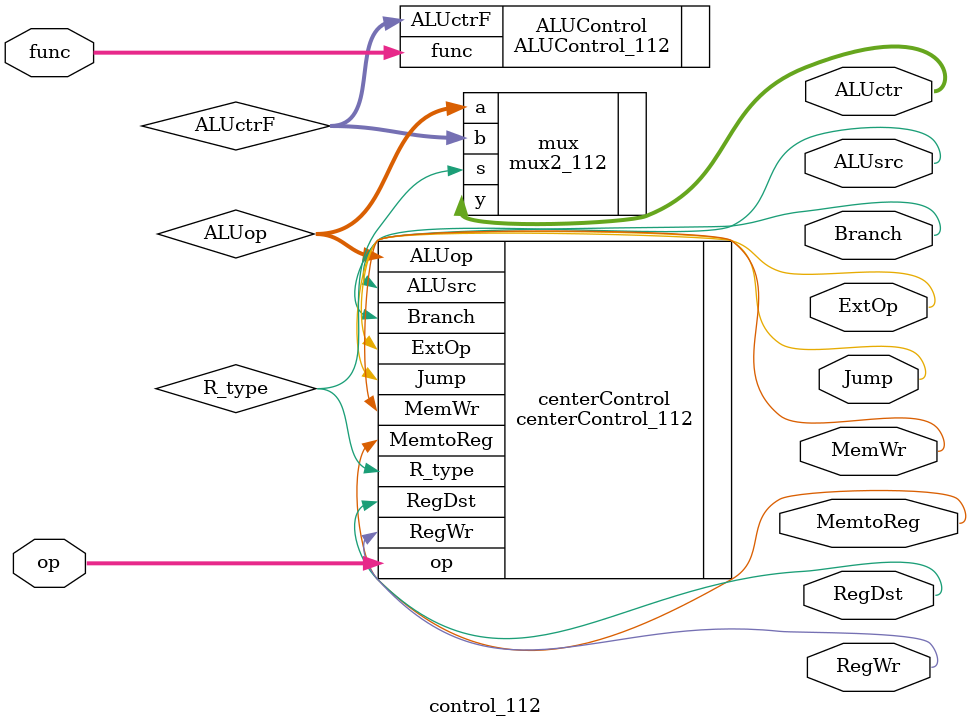
<source format=v>
`include"centerControl_112.v"
`include"ALUControl_112.v"


module control_112(op, func, Branch, Jump, RegDst, ALUsrc, ALUctr, MemtoReg, RegWr, MemWr, ExtOp);

input[5:0] op;
input[5:0] func;
output[2:0] ALUctr;
output Branch, Jump, RegDst, ALUsrc, MemtoReg, RegWr, MemWr, ExtOp;

wire[2:0] ALUop, ALUctrF;
wire R_type;

centerControl_112 centerControl
(
    .op(op), 
    .RegDst(RegDst), 
    .ALUsrc(ALUsrc), 
    .MemtoReg(MemtoReg), 
    .RegWr(RegWr), 
    .MemWr(MemWr), 
    .Branch(Branch), 
    .Jump(Jump), 
    .ExtOp(ExtOp), 
    .ALUop(ALUop), 
    .R_type(R_type)
);

ALUControl_112 ALUControl
(
    .func(func), 
    .ALUctrF(ALUctrF)
);

mux2_112 #(.WITDH(3)) mux
(
    .a(ALUop),
    .b(ALUctrF),
    .s(R_type),
    .y(ALUctr)
);

endmodule
</source>
